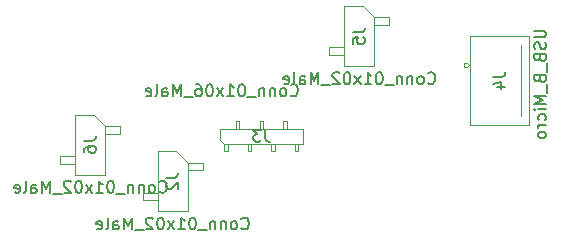
<source format=gbr>
G04 #@! TF.GenerationSoftware,KiCad,Pcbnew,(6.0.0)*
G04 #@! TF.CreationDate,2022-02-21T14:52:47-06:00*
G04 #@! TF.ProjectId,temp sensor,74656d70-2073-4656-9e73-6f722e6b6963,0.3*
G04 #@! TF.SameCoordinates,Original*
G04 #@! TF.FileFunction,AssemblyDrawing,Bot*
%FSLAX45Y45*%
G04 Gerber Fmt 4.5, Leading zero omitted, Abs format (unit mm)*
G04 Created by KiCad (PCBNEW (6.0.0)) date 2022-02-21 14:52:47*
%MOMM*%
%LPD*%
G01*
G04 APERTURE LIST*
%ADD10C,0.150000*%
%ADD11C,0.100000*%
G04 APERTURE END LIST*
D10*
G04 #@! TO.C,J4*
X16581488Y-8842619D02*
X16662440Y-8842619D01*
X16671964Y-8847381D01*
X16676726Y-8852143D01*
X16681488Y-8861667D01*
X16681488Y-8880714D01*
X16676726Y-8890238D01*
X16671964Y-8895000D01*
X16662440Y-8899762D01*
X16581488Y-8899762D01*
X16676726Y-8942619D02*
X16681488Y-8956905D01*
X16681488Y-8980714D01*
X16676726Y-8990238D01*
X16671964Y-8995000D01*
X16662440Y-8999762D01*
X16652917Y-8999762D01*
X16643393Y-8995000D01*
X16638631Y-8990238D01*
X16633869Y-8980714D01*
X16629107Y-8961667D01*
X16624345Y-8952143D01*
X16619583Y-8947381D01*
X16610059Y-8942619D01*
X16600536Y-8942619D01*
X16591012Y-8947381D01*
X16586250Y-8952143D01*
X16581488Y-8961667D01*
X16581488Y-8985476D01*
X16586250Y-8999762D01*
X16629107Y-9075952D02*
X16633869Y-9090238D01*
X16638631Y-9095000D01*
X16648155Y-9099762D01*
X16662440Y-9099762D01*
X16671964Y-9095000D01*
X16676726Y-9090238D01*
X16681488Y-9080714D01*
X16681488Y-9042619D01*
X16581488Y-9042619D01*
X16581488Y-9075952D01*
X16586250Y-9085476D01*
X16591012Y-9090238D01*
X16600536Y-9095000D01*
X16610059Y-9095000D01*
X16619583Y-9090238D01*
X16624345Y-9085476D01*
X16629107Y-9075952D01*
X16629107Y-9042619D01*
X16691012Y-9118810D02*
X16691012Y-9195000D01*
X16629107Y-9252143D02*
X16633869Y-9266429D01*
X16638631Y-9271190D01*
X16648155Y-9275952D01*
X16662440Y-9275952D01*
X16671964Y-9271190D01*
X16676726Y-9266429D01*
X16681488Y-9256905D01*
X16681488Y-9218810D01*
X16581488Y-9218810D01*
X16581488Y-9252143D01*
X16586250Y-9261667D01*
X16591012Y-9266429D01*
X16600536Y-9271190D01*
X16610059Y-9271190D01*
X16619583Y-9266429D01*
X16624345Y-9261667D01*
X16629107Y-9252143D01*
X16629107Y-9218810D01*
X16691012Y-9295000D02*
X16691012Y-9371190D01*
X16681488Y-9395000D02*
X16581488Y-9395000D01*
X16652917Y-9428333D01*
X16581488Y-9461667D01*
X16681488Y-9461667D01*
X16681488Y-9509286D02*
X16614821Y-9509286D01*
X16581488Y-9509286D02*
X16586250Y-9504524D01*
X16591012Y-9509286D01*
X16586250Y-9514048D01*
X16581488Y-9509286D01*
X16591012Y-9509286D01*
X16676726Y-9599762D02*
X16681488Y-9590238D01*
X16681488Y-9571190D01*
X16676726Y-9561667D01*
X16671964Y-9556905D01*
X16662440Y-9552143D01*
X16633869Y-9552143D01*
X16624345Y-9556905D01*
X16619583Y-9561667D01*
X16614821Y-9571190D01*
X16614821Y-9590238D01*
X16619583Y-9599762D01*
X16681488Y-9642619D02*
X16614821Y-9642619D01*
X16633869Y-9642619D02*
X16624345Y-9647381D01*
X16619583Y-9652143D01*
X16614821Y-9661667D01*
X16614821Y-9671190D01*
X16681488Y-9718810D02*
X16676726Y-9709286D01*
X16671964Y-9704524D01*
X16662440Y-9699762D01*
X16633869Y-9699762D01*
X16624345Y-9704524D01*
X16619583Y-9709286D01*
X16614821Y-9718810D01*
X16614821Y-9733095D01*
X16619583Y-9742619D01*
X16624345Y-9747381D01*
X16633869Y-9752143D01*
X16662440Y-9752143D01*
X16671964Y-9747381D01*
X16676726Y-9742619D01*
X16681488Y-9733095D01*
X16681488Y-9718810D01*
X16236488Y-9231667D02*
X16307917Y-9231667D01*
X16322202Y-9226905D01*
X16331726Y-9217381D01*
X16336488Y-9203095D01*
X16336488Y-9193571D01*
X16269821Y-9322143D02*
X16336488Y-9322143D01*
X16231726Y-9298333D02*
X16303155Y-9274524D01*
X16303155Y-9336429D01*
G04 #@! TO.C,J3*
X14519833Y-9388214D02*
X14524595Y-9392976D01*
X14538881Y-9397738D01*
X14548405Y-9397738D01*
X14562690Y-9392976D01*
X14572214Y-9383452D01*
X14576976Y-9373929D01*
X14581738Y-9354881D01*
X14581738Y-9340595D01*
X14576976Y-9321548D01*
X14572214Y-9312024D01*
X14562690Y-9302500D01*
X14548405Y-9297738D01*
X14538881Y-9297738D01*
X14524595Y-9302500D01*
X14519833Y-9307262D01*
X14462690Y-9397738D02*
X14472214Y-9392976D01*
X14476976Y-9388214D01*
X14481738Y-9378690D01*
X14481738Y-9350119D01*
X14476976Y-9340595D01*
X14472214Y-9335833D01*
X14462690Y-9331071D01*
X14448405Y-9331071D01*
X14438881Y-9335833D01*
X14434119Y-9340595D01*
X14429357Y-9350119D01*
X14429357Y-9378690D01*
X14434119Y-9388214D01*
X14438881Y-9392976D01*
X14448405Y-9397738D01*
X14462690Y-9397738D01*
X14386500Y-9331071D02*
X14386500Y-9397738D01*
X14386500Y-9340595D02*
X14381738Y-9335833D01*
X14372214Y-9331071D01*
X14357928Y-9331071D01*
X14348405Y-9335833D01*
X14343643Y-9345357D01*
X14343643Y-9397738D01*
X14296024Y-9331071D02*
X14296024Y-9397738D01*
X14296024Y-9340595D02*
X14291262Y-9335833D01*
X14281738Y-9331071D01*
X14267452Y-9331071D01*
X14257928Y-9335833D01*
X14253167Y-9345357D01*
X14253167Y-9397738D01*
X14229357Y-9407262D02*
X14153167Y-9407262D01*
X14110309Y-9297738D02*
X14100786Y-9297738D01*
X14091262Y-9302500D01*
X14086500Y-9307262D01*
X14081738Y-9316786D01*
X14076976Y-9335833D01*
X14076976Y-9359643D01*
X14081738Y-9378690D01*
X14086500Y-9388214D01*
X14091262Y-9392976D01*
X14100786Y-9397738D01*
X14110309Y-9397738D01*
X14119833Y-9392976D01*
X14124595Y-9388214D01*
X14129357Y-9378690D01*
X14134119Y-9359643D01*
X14134119Y-9335833D01*
X14129357Y-9316786D01*
X14124595Y-9307262D01*
X14119833Y-9302500D01*
X14110309Y-9297738D01*
X13981738Y-9397738D02*
X14038881Y-9397738D01*
X14010309Y-9397738D02*
X14010309Y-9297738D01*
X14019833Y-9312024D01*
X14029357Y-9321548D01*
X14038881Y-9326310D01*
X13948405Y-9397738D02*
X13896024Y-9331071D01*
X13948405Y-9331071D02*
X13896024Y-9397738D01*
X13838881Y-9297738D02*
X13829357Y-9297738D01*
X13819833Y-9302500D01*
X13815071Y-9307262D01*
X13810309Y-9316786D01*
X13805548Y-9335833D01*
X13805548Y-9359643D01*
X13810309Y-9378690D01*
X13815071Y-9388214D01*
X13819833Y-9392976D01*
X13829357Y-9397738D01*
X13838881Y-9397738D01*
X13848405Y-9392976D01*
X13853167Y-9388214D01*
X13857928Y-9378690D01*
X13862690Y-9359643D01*
X13862690Y-9335833D01*
X13857928Y-9316786D01*
X13853167Y-9307262D01*
X13848405Y-9302500D01*
X13838881Y-9297738D01*
X13719833Y-9297738D02*
X13738881Y-9297738D01*
X13748405Y-9302500D01*
X13753167Y-9307262D01*
X13762690Y-9321548D01*
X13767452Y-9340595D01*
X13767452Y-9378690D01*
X13762690Y-9388214D01*
X13757928Y-9392976D01*
X13748405Y-9397738D01*
X13729357Y-9397738D01*
X13719833Y-9392976D01*
X13715071Y-9388214D01*
X13710309Y-9378690D01*
X13710309Y-9354881D01*
X13715071Y-9345357D01*
X13719833Y-9340595D01*
X13729357Y-9335833D01*
X13748405Y-9335833D01*
X13757928Y-9340595D01*
X13762690Y-9345357D01*
X13767452Y-9354881D01*
X13691262Y-9407262D02*
X13615071Y-9407262D01*
X13591262Y-9397738D02*
X13591262Y-9297738D01*
X13557928Y-9369167D01*
X13524595Y-9297738D01*
X13524595Y-9397738D01*
X13434119Y-9397738D02*
X13434119Y-9345357D01*
X13438881Y-9335833D01*
X13448405Y-9331071D01*
X13467452Y-9331071D01*
X13476976Y-9335833D01*
X13434119Y-9392976D02*
X13443643Y-9397738D01*
X13467452Y-9397738D01*
X13476976Y-9392976D01*
X13481738Y-9383452D01*
X13481738Y-9373929D01*
X13476976Y-9364405D01*
X13467452Y-9359643D01*
X13443643Y-9359643D01*
X13434119Y-9354881D01*
X13372214Y-9397738D02*
X13381738Y-9392976D01*
X13386500Y-9383452D01*
X13386500Y-9297738D01*
X13296024Y-9392976D02*
X13305548Y-9397738D01*
X13324595Y-9397738D01*
X13334119Y-9392976D01*
X13338881Y-9383452D01*
X13338881Y-9345357D01*
X13334119Y-9335833D01*
X13324595Y-9331071D01*
X13305548Y-9331071D01*
X13296024Y-9335833D01*
X13291262Y-9345357D01*
X13291262Y-9354881D01*
X13338881Y-9364405D01*
X14304333Y-9682238D02*
X14304333Y-9753667D01*
X14309095Y-9767952D01*
X14318619Y-9777476D01*
X14332905Y-9782238D01*
X14342428Y-9782238D01*
X14266238Y-9682238D02*
X14204333Y-9682238D01*
X14237667Y-9720333D01*
X14223381Y-9720333D01*
X14213857Y-9725095D01*
X14209095Y-9729857D01*
X14204333Y-9739381D01*
X14204333Y-9763190D01*
X14209095Y-9772714D01*
X14213857Y-9777476D01*
X14223381Y-9782238D01*
X14251952Y-9782238D01*
X14261476Y-9777476D01*
X14266238Y-9772714D01*
G04 #@! TO.C,J2*
X14103133Y-10515714D02*
X14107895Y-10520476D01*
X14122181Y-10525238D01*
X14131705Y-10525238D01*
X14145990Y-10520476D01*
X14155514Y-10510952D01*
X14160276Y-10501429D01*
X14165038Y-10482381D01*
X14165038Y-10468095D01*
X14160276Y-10449048D01*
X14155514Y-10439524D01*
X14145990Y-10430000D01*
X14131705Y-10425238D01*
X14122181Y-10425238D01*
X14107895Y-10430000D01*
X14103133Y-10434762D01*
X14045990Y-10525238D02*
X14055514Y-10520476D01*
X14060276Y-10515714D01*
X14065038Y-10506190D01*
X14065038Y-10477619D01*
X14060276Y-10468095D01*
X14055514Y-10463333D01*
X14045990Y-10458571D01*
X14031705Y-10458571D01*
X14022181Y-10463333D01*
X14017419Y-10468095D01*
X14012657Y-10477619D01*
X14012657Y-10506190D01*
X14017419Y-10515714D01*
X14022181Y-10520476D01*
X14031705Y-10525238D01*
X14045990Y-10525238D01*
X13969800Y-10458571D02*
X13969800Y-10525238D01*
X13969800Y-10468095D02*
X13965038Y-10463333D01*
X13955514Y-10458571D01*
X13941228Y-10458571D01*
X13931705Y-10463333D01*
X13926943Y-10472857D01*
X13926943Y-10525238D01*
X13879324Y-10458571D02*
X13879324Y-10525238D01*
X13879324Y-10468095D02*
X13874562Y-10463333D01*
X13865038Y-10458571D01*
X13850752Y-10458571D01*
X13841228Y-10463333D01*
X13836467Y-10472857D01*
X13836467Y-10525238D01*
X13812657Y-10534762D02*
X13736467Y-10534762D01*
X13693609Y-10425238D02*
X13684086Y-10425238D01*
X13674562Y-10430000D01*
X13669800Y-10434762D01*
X13665038Y-10444286D01*
X13660276Y-10463333D01*
X13660276Y-10487143D01*
X13665038Y-10506190D01*
X13669800Y-10515714D01*
X13674562Y-10520476D01*
X13684086Y-10525238D01*
X13693609Y-10525238D01*
X13703133Y-10520476D01*
X13707895Y-10515714D01*
X13712657Y-10506190D01*
X13717419Y-10487143D01*
X13717419Y-10463333D01*
X13712657Y-10444286D01*
X13707895Y-10434762D01*
X13703133Y-10430000D01*
X13693609Y-10425238D01*
X13565038Y-10525238D02*
X13622181Y-10525238D01*
X13593609Y-10525238D02*
X13593609Y-10425238D01*
X13603133Y-10439524D01*
X13612657Y-10449048D01*
X13622181Y-10453810D01*
X13531705Y-10525238D02*
X13479324Y-10458571D01*
X13531705Y-10458571D02*
X13479324Y-10525238D01*
X13422181Y-10425238D02*
X13412657Y-10425238D01*
X13403133Y-10430000D01*
X13398371Y-10434762D01*
X13393609Y-10444286D01*
X13388848Y-10463333D01*
X13388848Y-10487143D01*
X13393609Y-10506190D01*
X13398371Y-10515714D01*
X13403133Y-10520476D01*
X13412657Y-10525238D01*
X13422181Y-10525238D01*
X13431705Y-10520476D01*
X13436467Y-10515714D01*
X13441228Y-10506190D01*
X13445990Y-10487143D01*
X13445990Y-10463333D01*
X13441228Y-10444286D01*
X13436467Y-10434762D01*
X13431705Y-10430000D01*
X13422181Y-10425238D01*
X13350752Y-10434762D02*
X13345990Y-10430000D01*
X13336467Y-10425238D01*
X13312657Y-10425238D01*
X13303133Y-10430000D01*
X13298371Y-10434762D01*
X13293609Y-10444286D01*
X13293609Y-10453810D01*
X13298371Y-10468095D01*
X13355514Y-10525238D01*
X13293609Y-10525238D01*
X13274562Y-10534762D02*
X13198371Y-10534762D01*
X13174562Y-10525238D02*
X13174562Y-10425238D01*
X13141228Y-10496667D01*
X13107895Y-10425238D01*
X13107895Y-10525238D01*
X13017419Y-10525238D02*
X13017419Y-10472857D01*
X13022181Y-10463333D01*
X13031705Y-10458571D01*
X13050752Y-10458571D01*
X13060276Y-10463333D01*
X13017419Y-10520476D02*
X13026943Y-10525238D01*
X13050752Y-10525238D01*
X13060276Y-10520476D01*
X13065038Y-10510952D01*
X13065038Y-10501429D01*
X13060276Y-10491905D01*
X13050752Y-10487143D01*
X13026943Y-10487143D01*
X13017419Y-10482381D01*
X12955514Y-10525238D02*
X12965038Y-10520476D01*
X12969800Y-10510952D01*
X12969800Y-10425238D01*
X12879324Y-10520476D02*
X12888848Y-10525238D01*
X12907895Y-10525238D01*
X12917419Y-10520476D01*
X12922181Y-10510952D01*
X12922181Y-10472857D01*
X12917419Y-10463333D01*
X12907895Y-10458571D01*
X12888848Y-10458571D01*
X12879324Y-10463333D01*
X12874562Y-10472857D01*
X12874562Y-10482381D01*
X12922181Y-10491905D01*
X13465038Y-10086667D02*
X13536467Y-10086667D01*
X13550752Y-10081905D01*
X13560276Y-10072381D01*
X13565038Y-10058095D01*
X13565038Y-10048571D01*
X13474562Y-10129524D02*
X13469800Y-10134286D01*
X13465038Y-10143810D01*
X13465038Y-10167619D01*
X13469800Y-10177143D01*
X13474562Y-10181905D01*
X13484086Y-10186667D01*
X13493609Y-10186667D01*
X13507895Y-10181905D01*
X13565038Y-10124762D01*
X13565038Y-10186667D01*
G04 #@! TO.C,J6*
X13408133Y-10205714D02*
X13412895Y-10210476D01*
X13427181Y-10215238D01*
X13436705Y-10215238D01*
X13450990Y-10210476D01*
X13460514Y-10200952D01*
X13465276Y-10191429D01*
X13470038Y-10172381D01*
X13470038Y-10158095D01*
X13465276Y-10139048D01*
X13460514Y-10129524D01*
X13450990Y-10120000D01*
X13436705Y-10115238D01*
X13427181Y-10115238D01*
X13412895Y-10120000D01*
X13408133Y-10124762D01*
X13350990Y-10215238D02*
X13360514Y-10210476D01*
X13365276Y-10205714D01*
X13370038Y-10196190D01*
X13370038Y-10167619D01*
X13365276Y-10158095D01*
X13360514Y-10153333D01*
X13350990Y-10148571D01*
X13336705Y-10148571D01*
X13327181Y-10153333D01*
X13322419Y-10158095D01*
X13317657Y-10167619D01*
X13317657Y-10196190D01*
X13322419Y-10205714D01*
X13327181Y-10210476D01*
X13336705Y-10215238D01*
X13350990Y-10215238D01*
X13274800Y-10148571D02*
X13274800Y-10215238D01*
X13274800Y-10158095D02*
X13270038Y-10153333D01*
X13260514Y-10148571D01*
X13246228Y-10148571D01*
X13236705Y-10153333D01*
X13231943Y-10162857D01*
X13231943Y-10215238D01*
X13184324Y-10148571D02*
X13184324Y-10215238D01*
X13184324Y-10158095D02*
X13179562Y-10153333D01*
X13170038Y-10148571D01*
X13155752Y-10148571D01*
X13146228Y-10153333D01*
X13141467Y-10162857D01*
X13141467Y-10215238D01*
X13117657Y-10224762D02*
X13041467Y-10224762D01*
X12998609Y-10115238D02*
X12989086Y-10115238D01*
X12979562Y-10120000D01*
X12974800Y-10124762D01*
X12970038Y-10134286D01*
X12965276Y-10153333D01*
X12965276Y-10177143D01*
X12970038Y-10196190D01*
X12974800Y-10205714D01*
X12979562Y-10210476D01*
X12989086Y-10215238D01*
X12998609Y-10215238D01*
X13008133Y-10210476D01*
X13012895Y-10205714D01*
X13017657Y-10196190D01*
X13022419Y-10177143D01*
X13022419Y-10153333D01*
X13017657Y-10134286D01*
X13012895Y-10124762D01*
X13008133Y-10120000D01*
X12998609Y-10115238D01*
X12870038Y-10215238D02*
X12927181Y-10215238D01*
X12898609Y-10215238D02*
X12898609Y-10115238D01*
X12908133Y-10129524D01*
X12917657Y-10139048D01*
X12927181Y-10143810D01*
X12836705Y-10215238D02*
X12784324Y-10148571D01*
X12836705Y-10148571D02*
X12784324Y-10215238D01*
X12727181Y-10115238D02*
X12717657Y-10115238D01*
X12708133Y-10120000D01*
X12703371Y-10124762D01*
X12698609Y-10134286D01*
X12693848Y-10153333D01*
X12693848Y-10177143D01*
X12698609Y-10196190D01*
X12703371Y-10205714D01*
X12708133Y-10210476D01*
X12717657Y-10215238D01*
X12727181Y-10215238D01*
X12736705Y-10210476D01*
X12741467Y-10205714D01*
X12746228Y-10196190D01*
X12750990Y-10177143D01*
X12750990Y-10153333D01*
X12746228Y-10134286D01*
X12741467Y-10124762D01*
X12736705Y-10120000D01*
X12727181Y-10115238D01*
X12655752Y-10124762D02*
X12650990Y-10120000D01*
X12641467Y-10115238D01*
X12617657Y-10115238D01*
X12608133Y-10120000D01*
X12603371Y-10124762D01*
X12598609Y-10134286D01*
X12598609Y-10143810D01*
X12603371Y-10158095D01*
X12660514Y-10215238D01*
X12598609Y-10215238D01*
X12579562Y-10224762D02*
X12503371Y-10224762D01*
X12479562Y-10215238D02*
X12479562Y-10115238D01*
X12446228Y-10186667D01*
X12412895Y-10115238D01*
X12412895Y-10215238D01*
X12322419Y-10215238D02*
X12322419Y-10162857D01*
X12327181Y-10153333D01*
X12336705Y-10148571D01*
X12355752Y-10148571D01*
X12365276Y-10153333D01*
X12322419Y-10210476D02*
X12331943Y-10215238D01*
X12355752Y-10215238D01*
X12365276Y-10210476D01*
X12370038Y-10200952D01*
X12370038Y-10191429D01*
X12365276Y-10181905D01*
X12355752Y-10177143D01*
X12331943Y-10177143D01*
X12322419Y-10172381D01*
X12260514Y-10215238D02*
X12270038Y-10210476D01*
X12274800Y-10200952D01*
X12274800Y-10115238D01*
X12184324Y-10210476D02*
X12193848Y-10215238D01*
X12212895Y-10215238D01*
X12222419Y-10210476D01*
X12227181Y-10200952D01*
X12227181Y-10162857D01*
X12222419Y-10153333D01*
X12212895Y-10148571D01*
X12193848Y-10148571D01*
X12184324Y-10153333D01*
X12179562Y-10162857D01*
X12179562Y-10172381D01*
X12227181Y-10181905D01*
X12770038Y-9776667D02*
X12841467Y-9776667D01*
X12855752Y-9771905D01*
X12865276Y-9762381D01*
X12870038Y-9748095D01*
X12870038Y-9738571D01*
X12770038Y-9867143D02*
X12770038Y-9848095D01*
X12774800Y-9838571D01*
X12779562Y-9833810D01*
X12793848Y-9824286D01*
X12812895Y-9819524D01*
X12850990Y-9819524D01*
X12860514Y-9824286D01*
X12865276Y-9829048D01*
X12870038Y-9838571D01*
X12870038Y-9857619D01*
X12865276Y-9867143D01*
X12860514Y-9871905D01*
X12850990Y-9876667D01*
X12827181Y-9876667D01*
X12817657Y-9871905D01*
X12812895Y-9867143D01*
X12808133Y-9857619D01*
X12808133Y-9838571D01*
X12812895Y-9829048D01*
X12817657Y-9824286D01*
X12827181Y-9819524D01*
G04 #@! TO.C,J5*
X15683133Y-9285714D02*
X15687895Y-9290476D01*
X15702181Y-9295238D01*
X15711705Y-9295238D01*
X15725990Y-9290476D01*
X15735514Y-9280952D01*
X15740276Y-9271429D01*
X15745038Y-9252381D01*
X15745038Y-9238095D01*
X15740276Y-9219048D01*
X15735514Y-9209524D01*
X15725990Y-9200000D01*
X15711705Y-9195238D01*
X15702181Y-9195238D01*
X15687895Y-9200000D01*
X15683133Y-9204762D01*
X15625990Y-9295238D02*
X15635514Y-9290476D01*
X15640276Y-9285714D01*
X15645038Y-9276190D01*
X15645038Y-9247619D01*
X15640276Y-9238095D01*
X15635514Y-9233333D01*
X15625990Y-9228571D01*
X15611705Y-9228571D01*
X15602181Y-9233333D01*
X15597419Y-9238095D01*
X15592657Y-9247619D01*
X15592657Y-9276190D01*
X15597419Y-9285714D01*
X15602181Y-9290476D01*
X15611705Y-9295238D01*
X15625990Y-9295238D01*
X15549800Y-9228571D02*
X15549800Y-9295238D01*
X15549800Y-9238095D02*
X15545038Y-9233333D01*
X15535514Y-9228571D01*
X15521228Y-9228571D01*
X15511705Y-9233333D01*
X15506943Y-9242857D01*
X15506943Y-9295238D01*
X15459324Y-9228571D02*
X15459324Y-9295238D01*
X15459324Y-9238095D02*
X15454562Y-9233333D01*
X15445038Y-9228571D01*
X15430752Y-9228571D01*
X15421228Y-9233333D01*
X15416467Y-9242857D01*
X15416467Y-9295238D01*
X15392657Y-9304762D02*
X15316467Y-9304762D01*
X15273609Y-9195238D02*
X15264086Y-9195238D01*
X15254562Y-9200000D01*
X15249800Y-9204762D01*
X15245038Y-9214286D01*
X15240276Y-9233333D01*
X15240276Y-9257143D01*
X15245038Y-9276190D01*
X15249800Y-9285714D01*
X15254562Y-9290476D01*
X15264086Y-9295238D01*
X15273609Y-9295238D01*
X15283133Y-9290476D01*
X15287895Y-9285714D01*
X15292657Y-9276190D01*
X15297419Y-9257143D01*
X15297419Y-9233333D01*
X15292657Y-9214286D01*
X15287895Y-9204762D01*
X15283133Y-9200000D01*
X15273609Y-9195238D01*
X15145038Y-9295238D02*
X15202181Y-9295238D01*
X15173609Y-9295238D02*
X15173609Y-9195238D01*
X15183133Y-9209524D01*
X15192657Y-9219048D01*
X15202181Y-9223810D01*
X15111705Y-9295238D02*
X15059324Y-9228571D01*
X15111705Y-9228571D02*
X15059324Y-9295238D01*
X15002181Y-9195238D02*
X14992657Y-9195238D01*
X14983133Y-9200000D01*
X14978371Y-9204762D01*
X14973609Y-9214286D01*
X14968848Y-9233333D01*
X14968848Y-9257143D01*
X14973609Y-9276190D01*
X14978371Y-9285714D01*
X14983133Y-9290476D01*
X14992657Y-9295238D01*
X15002181Y-9295238D01*
X15011705Y-9290476D01*
X15016467Y-9285714D01*
X15021228Y-9276190D01*
X15025990Y-9257143D01*
X15025990Y-9233333D01*
X15021228Y-9214286D01*
X15016467Y-9204762D01*
X15011705Y-9200000D01*
X15002181Y-9195238D01*
X14930752Y-9204762D02*
X14925990Y-9200000D01*
X14916467Y-9195238D01*
X14892657Y-9195238D01*
X14883133Y-9200000D01*
X14878371Y-9204762D01*
X14873609Y-9214286D01*
X14873609Y-9223810D01*
X14878371Y-9238095D01*
X14935514Y-9295238D01*
X14873609Y-9295238D01*
X14854562Y-9304762D02*
X14778371Y-9304762D01*
X14754562Y-9295238D02*
X14754562Y-9195238D01*
X14721228Y-9266667D01*
X14687895Y-9195238D01*
X14687895Y-9295238D01*
X14597419Y-9295238D02*
X14597419Y-9242857D01*
X14602181Y-9233333D01*
X14611705Y-9228571D01*
X14630752Y-9228571D01*
X14640276Y-9233333D01*
X14597419Y-9290476D02*
X14606943Y-9295238D01*
X14630752Y-9295238D01*
X14640276Y-9290476D01*
X14645038Y-9280952D01*
X14645038Y-9271429D01*
X14640276Y-9261905D01*
X14630752Y-9257143D01*
X14606943Y-9257143D01*
X14597419Y-9252381D01*
X14535514Y-9295238D02*
X14545038Y-9290476D01*
X14549800Y-9280952D01*
X14549800Y-9195238D01*
X14459324Y-9290476D02*
X14468848Y-9295238D01*
X14487895Y-9295238D01*
X14497419Y-9290476D01*
X14502181Y-9280952D01*
X14502181Y-9242857D01*
X14497419Y-9233333D01*
X14487895Y-9228571D01*
X14468848Y-9228571D01*
X14459324Y-9233333D01*
X14454562Y-9242857D01*
X14454562Y-9252381D01*
X14502181Y-9261905D01*
X15045038Y-8856667D02*
X15116467Y-8856667D01*
X15130752Y-8851905D01*
X15140276Y-8842381D01*
X15145038Y-8828095D01*
X15145038Y-8818571D01*
X15045038Y-8951905D02*
X15045038Y-8904286D01*
X15092657Y-8899524D01*
X15087895Y-8904286D01*
X15083133Y-8913810D01*
X15083133Y-8937619D01*
X15087895Y-8947143D01*
X15092657Y-8951905D01*
X15102181Y-8956667D01*
X15125990Y-8956667D01*
X15135514Y-8951905D01*
X15140276Y-8947143D01*
X15145038Y-8937619D01*
X15145038Y-8913810D01*
X15140276Y-8904286D01*
X15135514Y-8899524D01*
D11*
G04 #@! TO.C,J4*
X16471420Y-8965000D02*
X16471420Y-9565000D01*
X16011250Y-9155000D02*
X16031250Y-9135000D01*
X16031250Y-9135000D02*
X16011250Y-9115000D01*
X15990250Y-9155000D02*
X16011250Y-9155000D01*
X15990250Y-9115000D02*
X15990250Y-9155000D01*
X16541250Y-9640000D02*
X16041250Y-9640000D01*
X16541250Y-8890000D02*
X16041250Y-8890000D01*
X15990250Y-9115000D02*
X16011250Y-9115000D01*
X16541420Y-8890000D02*
X16541420Y-9640000D01*
X16041250Y-8890000D02*
X16041250Y-9640000D01*
G04 #@! TO.C,J3*
X13956000Y-9862000D02*
X13986000Y-9862000D01*
X14286000Y-9612000D02*
X14286000Y-9673500D01*
X13956000Y-9800500D02*
X13956000Y-9862000D01*
X14056000Y-9612000D02*
X14086000Y-9612000D01*
X14556000Y-9800500D02*
X14556000Y-9862000D01*
X14621000Y-9800500D02*
X13956000Y-9800500D01*
X14456000Y-9673500D02*
X14456000Y-9612000D01*
X14256000Y-9673500D02*
X14256000Y-9612000D01*
X14386000Y-9862000D02*
X14386000Y-9800500D01*
X14356000Y-9800500D02*
X14356000Y-9862000D01*
X13921000Y-9673500D02*
X13921000Y-9765500D01*
X14056000Y-9673500D02*
X14056000Y-9612000D01*
X14086000Y-9612000D02*
X14086000Y-9673500D01*
X14256000Y-9612000D02*
X14286000Y-9612000D01*
X13921000Y-9673500D02*
X14621000Y-9673500D01*
X14556000Y-9862000D02*
X14586000Y-9862000D01*
X14156000Y-9800500D02*
X14156000Y-9862000D01*
X14186000Y-9862000D02*
X14186000Y-9800500D01*
X13956000Y-9800500D02*
X13921000Y-9765500D01*
X14356000Y-9862000D02*
X14386000Y-9862000D01*
X14586000Y-9862000D02*
X14586000Y-9800500D01*
X14621000Y-9800500D02*
X14621000Y-9673500D01*
X14156000Y-9862000D02*
X14186000Y-9862000D01*
X14456000Y-9612000D02*
X14486000Y-9612000D01*
X13986000Y-9862000D02*
X13986000Y-9800500D01*
X14486000Y-9612000D02*
X14486000Y-9673500D01*
G04 #@! TO.C,J2*
X13646800Y-9961000D02*
X13551800Y-9866000D01*
X13265800Y-10215000D02*
X13265800Y-10279000D01*
X13392800Y-9866000D02*
X13392800Y-10374000D01*
X13392800Y-10374000D02*
X13646800Y-10374000D01*
X13392800Y-10215000D02*
X13265800Y-10215000D01*
X13773800Y-9961000D02*
X13773800Y-10025000D01*
X13265800Y-10279000D02*
X13392800Y-10279000D01*
X13773800Y-10025000D02*
X13646800Y-10025000D01*
X13551800Y-9866000D02*
X13392800Y-9866000D01*
X13646800Y-9961000D02*
X13773800Y-9961000D01*
X13646800Y-10374000D02*
X13646800Y-9961000D01*
G04 #@! TO.C,J6*
X12570800Y-9905000D02*
X12570800Y-9969000D01*
X12697800Y-9905000D02*
X12570800Y-9905000D01*
X13078800Y-9715000D02*
X12951800Y-9715000D01*
X13078800Y-9651000D02*
X13078800Y-9715000D01*
X12951800Y-9651000D02*
X12856800Y-9556000D01*
X12856800Y-9556000D02*
X12697800Y-9556000D01*
X12951800Y-10064000D02*
X12951800Y-9651000D01*
X12697800Y-10064000D02*
X12951800Y-10064000D01*
X12951800Y-9651000D02*
X13078800Y-9651000D01*
X12697800Y-9556000D02*
X12697800Y-10064000D01*
X12570800Y-9969000D02*
X12697800Y-9969000D01*
G04 #@! TO.C,J5*
X15226800Y-8731000D02*
X15131800Y-8636000D01*
X14972800Y-9144000D02*
X15226800Y-9144000D01*
X15226800Y-9144000D02*
X15226800Y-8731000D01*
X14845800Y-8985000D02*
X14845800Y-9049000D01*
X15226800Y-8731000D02*
X15353800Y-8731000D01*
X14972800Y-8985000D02*
X14845800Y-8985000D01*
X15353800Y-8731000D02*
X15353800Y-8795000D01*
X15131800Y-8636000D02*
X14972800Y-8636000D01*
X14845800Y-9049000D02*
X14972800Y-9049000D01*
X15353800Y-8795000D02*
X15226800Y-8795000D01*
X14972800Y-8636000D02*
X14972800Y-9144000D01*
G04 #@! TD*
M02*

</source>
